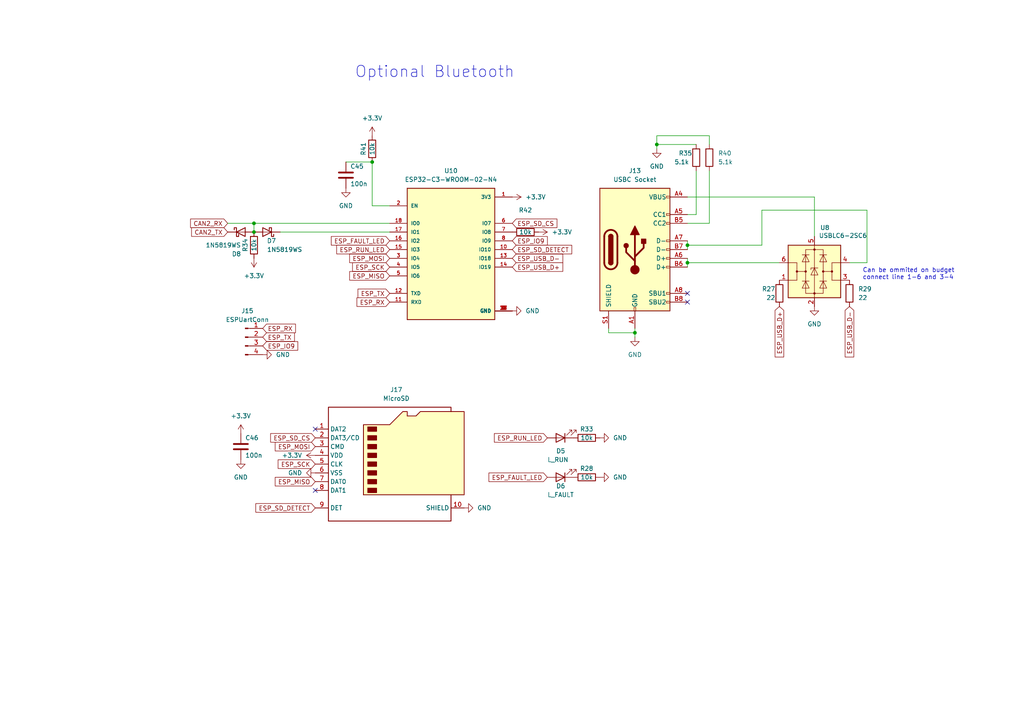
<source format=kicad_sch>
(kicad_sch (version 20231120) (generator "eeschema") (generator_version "8.0")
  (paper "A4")
  (lib_symbols
    (symbol "Connector:Conn_01x04_Pin" (pin_names (offset 1.016) hide)
      (property "Reference" "J" (at 0 5.08 0))
      (property "Value" "Conn_01x04_Pin" (at 0 -7.62 0))
      (symbol "Conn_01x04_Pin_1_1"
        (polyline (pts (xy 1.27 -5.08) (xy 0.8636 -5.08)) (stroke (width 0.1524)))
        (polyline (pts (xy 1.27 -2.54) (xy 0.8636 -2.54)) (stroke (width 0.1524)))
        (polyline (pts (xy 1.27 0) (xy 0.8636 0)) (stroke (width 0.1524)))
        (polyline (pts (xy 1.27 2.54) (xy 0.8636 2.54)) (stroke (width 0.1524)))
        (rectangle (start 0.8636 -4.953) (end 0 -5.207) (stroke (width 0.1524)) (fill (type outline)))
        (rectangle (start 0.8636 -2.413) (end 0 -2.667) (stroke (width 0.1524)) (fill (type outline)))
        (rectangle (start 0.8636 0.127) (end 0 -0.127) (stroke (width 0.1524)) (fill (type outline)))
        (rectangle (start 0.8636 2.667) (end 0 2.413) (stroke (width 0.1524)) (fill (type outline)))
        (pin passive line (at 5.08 2.54 180) (length 3.81) (name "Pin_1") (number "1"))
        (pin passive line (at 5.08 0 180) (length 3.81) (name "Pin_2") (number "2"))
        (pin passive line (at 5.08 -2.54 180) (length 3.81) (name "Pin_3") (number "3"))
        (pin passive line (at 5.08 -5.08 180) (length 3.81) (name "Pin_4") (number "4"))
      )
    )
    (symbol "Connector:Micro_SD_Card_Det1"
      (property "Reference" "J" (at -16.51 17.78 0))
      (property "Value" "Micro_SD_Card_Det1" (at 16.51 17.78 0))
      (symbol "Micro_SD_Card_Det1_0_1"
        (rectangle (start -7.62 -6.985) (end -5.08 -8.255) (stroke (width 0.254)) (fill (type outline)))
        (rectangle (start -7.62 -4.445) (end -5.08 -5.715) (stroke (width 0.254)) (fill (type outline)))
        (rectangle (start -7.62 -1.905) (end -5.08 -3.175) (stroke (width 0.254)) (fill (type outline)))
        (rectangle (start -7.62 0.635) (end -5.08 -0.635) (stroke (width 0.254)) (fill (type outline)))
        (rectangle (start -7.62 3.175) (end -5.08 1.905) (stroke (width 0.254)) (fill (type outline)))
        (rectangle (start -7.62 5.715) (end -5.08 4.445) (stroke (width 0.254)) (fill (type outline)))
        (rectangle (start -7.62 8.255) (end -5.08 6.985) (stroke (width 0.254)) (fill (type outline)))
        (rectangle (start -7.62 10.795) (end -5.08 9.525) (stroke (width 0.254)) (fill (type outline)))
        (polyline (pts (xy 16.51 15.24) (xy 16.51 16.51) (xy -19.05 16.51) (xy -19.05 -16.51) (xy 16.51 -16.51) (xy 16.51 -8.89)) (stroke (width 0.254)))
        (polyline (pts (xy -8.89 -8.89) (xy -8.89 11.43) (xy -1.27 11.43) (xy 2.54 15.24) (xy 3.81 15.24) (xy 3.81 13.97) (xy 6.35 13.97) (xy 7.62 15.24) (xy 20.32 15.24) (xy 20.32 -8.89) (xy -8.89 -8.89)) (stroke (width 0.254)) (fill (type background)))
      )
      (symbol "Micro_SD_Card_Det1_1_1"
        (pin bidirectional line (at -22.86 10.16 0) (length 3.81) (name "DAT2") (number "1"))
        (pin passive line (at 20.32 -12.7 180) (length 3.81) (name "SHIELD") (number "10"))
        (pin bidirectional line (at -22.86 7.62 0) (length 3.81) (name "DAT3/CD") (number "2"))
        (pin input line (at -22.86 5.08 0) (length 3.81) (name "CMD") (number "3"))
        (pin power_in line (at -22.86 2.54 0) (length 3.81) (name "VDD") (number "4"))
        (pin input line (at -22.86 0 0) (length 3.81) (name "CLK") (number "5"))
        (pin power_in line (at -22.86 -2.54 0) (length 3.81) (name "VSS") (number "6"))
        (pin bidirectional line (at -22.86 -5.08 0) (length 3.81) (name "DAT0") (number "7"))
        (pin bidirectional line (at -22.86 -7.62 0) (length 3.81) (name "DAT1") (number "8"))
        (pin passive line (at -22.86 -12.7 0) (length 3.81) (name "DET") (number "9"))
      )
    )
    (symbol "Connector:USB_C_Receptacle_USB2.0" (pin_names (offset 1.016))
      (property "Reference" "J" (at -10.16 19.05 0))
      (property "Value" "USB_C_Receptacle_USB2.0" (at 19.05 19.05 0))
      (symbol "USB_C_Receptacle_USB2.0_0_0"
        (rectangle (start -0.254 -17.78) (end 0.254 -16.764))
        (rectangle (start 10.16 -14.986) (end 9.144 -15.494))
        (rectangle (start 10.16 -12.446) (end 9.144 -12.954))
        (rectangle (start 10.16 -4.826) (end 9.144 -5.334))
        (rectangle (start 10.16 -2.286) (end 9.144 -2.794))
        (rectangle (start 10.16 0.254) (end 9.144 -0.254))
        (rectangle (start 10.16 2.794) (end 9.144 2.286))
        (rectangle (start 10.16 7.874) (end 9.144 7.366))
        (rectangle (start 10.16 10.414) (end 9.144 9.906))
        (rectangle (start 10.16 15.494) (end 9.144 14.986))
      )
      (symbol "USB_C_Receptacle_USB2.0_0_1"
        (rectangle (start -10.16 17.78) (end 10.16 -17.78) (stroke (width 0.254)) (fill (type background)))
        (arc (start -8.89 -3.81) (mid -6.985 -5.7067) (end -5.08 -3.81) (stroke (width 0.508)))
        (arc (start -7.62 -3.81) (mid -6.985 -4.4423) (end -6.35 -3.81) (stroke (width 0.254)))
        (arc (start -7.62 -3.81) (mid -6.985 -4.4423) (end -6.35 -3.81) (stroke (width 0.254)) (fill (type outline)))
        (rectangle (start -7.62 -3.81) (end -6.35 3.81) (stroke (width 0.254)) (fill (type outline)))
        (arc (start -6.35 3.81) (mid -6.985 4.4423) (end -7.62 3.81) (stroke (width 0.254)))
        (arc (start -6.35 3.81) (mid -6.985 4.4423) (end -7.62 3.81) (stroke (width 0.254)) (fill (type outline)))
        (arc (start -5.08 3.81) (mid -6.985 5.7067) (end -8.89 3.81) (stroke (width 0.508)))
        (circle (center -2.54 1.143) (radius 0.635) (stroke (width 0.254)) (fill (type outline)))
        (circle (center 0 -5.842) (radius 1.27) (fill (type outline)))
        (polyline (pts (xy -8.89 -3.81) (xy -8.89 3.81)) (stroke (width 0.508)))
        (polyline (pts (xy -5.08 3.81) (xy -5.08 -3.81)) (stroke (width 0.508)))
        (polyline (pts (xy 0 -5.842) (xy 0 4.318)) (stroke (width 0.508)))
        (polyline (pts (xy 0 -3.302) (xy -2.54 -0.762) (xy -2.54 0.508)) (stroke (width 0.508)))
        (polyline (pts (xy 0 -2.032) (xy 2.54 0.508) (xy 2.54 1.778)) (stroke (width 0.508)))
        (polyline (pts (xy -1.27 4.318) (xy 0 6.858) (xy 1.27 4.318) (xy -1.27 4.318)) (stroke (width 0.254)) (fill (type outline)))
        (rectangle (start 1.905 1.778) (end 3.175 3.048) (stroke (width 0.254)) (fill (type outline)))
      )
      (symbol "USB_C_Receptacle_USB2.0_1_1"
        (pin passive line (at 0 -22.86 90) (length 5.08) (name "GND") (number "A1"))
        (pin passive line (at 0 -22.86 90) (length 5.08) hide (name "GND") (number "A12"))
        (pin passive line (at 15.24 15.24 180) (length 5.08) (name "VBUS") (number "A4"))
        (pin bidirectional line (at 15.24 10.16 180) (length 5.08) (name "CC1") (number "A5"))
        (pin bidirectional line (at 15.24 -2.54 180) (length 5.08) (name "D+") (number "A6"))
        (pin bidirectional line (at 15.24 2.54 180) (length 5.08) (name "D-") (number "A7"))
        (pin bidirectional line (at 15.24 -12.7 180) (length 5.08) (name "SBU1") (number "A8"))
        (pin passive line (at 15.24 15.24 180) (length 5.08) hide (name "VBUS") (number "A9"))
        (pin passive line (at 0 -22.86 90) (length 5.08) hide (name "GND") (number "B1"))
        (pin passive line (at 0 -22.86 90) (length 5.08) hide (name "GND") (number "B12"))
        (pin passive line (at 15.24 15.24 180) (length 5.08) hide (name "VBUS") (number "B4"))
        (pin bidirectional line (at 15.24 7.62 180) (length 5.08) (name "CC2") (number "B5"))
        (pin bidirectional line (at 15.24 -5.08 180) (length 5.08) (name "D+") (number "B6"))
        (pin bidirectional line (at 15.24 0 180) (length 5.08) (name "D-") (number "B7"))
        (pin bidirectional line (at 15.24 -15.24 180) (length 5.08) (name "SBU2") (number "B8"))
        (pin passive line (at 15.24 15.24 180) (length 5.08) hide (name "VBUS") (number "B9"))
        (pin passive line (at -7.62 -22.86 90) (length 5.08) (name "SHIELD") (number "S1"))
      )
    )
    (symbol "Device:C" (pin_numbers hide) (pin_names (offset 0.254))
      (property "Reference" "C" (at 0.635 2.54 0))
      (property "Value" "C" (at 0.635 -2.54 0))
      (symbol "C_0_1"
        (polyline (pts (xy -2.032 -0.762) (xy 2.032 -0.762)) (stroke (width 0.508)))
        (polyline (pts (xy -2.032 0.762) (xy 2.032 0.762)) (stroke (width 0.508)))
      )
      (symbol "C_1_1"
        (pin passive line (at 0 3.81 270) (length 2.794) (name "~") (number "1"))
        (pin passive line (at 0 -3.81 90) (length 2.794) (name "~") (number "2"))
      )
    )
    (symbol "Device:D_Schottky" (pin_numbers hide) (pin_names (offset 1.016) hide)
      (property "Reference" "D" (at 0 2.54 0))
      (property "Value" "D_Schottky" (at 0 -2.54 0))
      (symbol "D_Schottky_0_1"
        (polyline (pts (xy 1.27 0) (xy -1.27 0)))
        (polyline (pts (xy 1.27 1.27) (xy 1.27 -1.27) (xy -1.27 0) (xy 1.27 1.27)) (stroke (width 0.254)))
        (polyline (pts (xy -1.905 0.635) (xy -1.905 1.27) (xy -1.27 1.27) (xy -1.27 -1.27) (xy -0.635 -1.27) (xy -0.635 -0.635)) (stroke (width 0.254)))
      )
      (symbol "D_Schottky_1_1"
        (pin passive line (at -3.81 0 0) (length 2.54) (name "K") (number "1"))
        (pin passive line (at 3.81 0 180) (length 2.54) (name "A") (number "2"))
      )
    )
    (symbol "Device:LED" (pin_numbers hide) (pin_names (offset 1.016) hide)
      (property "Reference" "D" (at 0 2.54 0))
      (property "Value" "LED" (at 0 -2.54 0))
      (symbol "LED_0_1"
        (polyline (pts (xy -1.27 -1.27) (xy -1.27 1.27)) (stroke (width 0.254)))
        (polyline (pts (xy -1.27 0) (xy 1.27 0)))
        (polyline (pts (xy 1.27 -1.27) (xy 1.27 1.27) (xy -1.27 0) (xy 1.27 -1.27)) (stroke (width 0.254)))
        (polyline (pts (xy -3.048 -0.762) (xy -4.572 -2.286) (xy -3.81 -2.286) (xy -4.572 -2.286) (xy -4.572 -1.524)))
        (polyline (pts (xy -1.778 -0.762) (xy -3.302 -2.286) (xy -2.54 -2.286) (xy -3.302 -2.286) (xy -3.302 -1.524)))
      )
      (symbol "LED_1_1"
        (pin passive line (at -3.81 0 0) (length 2.54) (name "K") (number "1"))
        (pin passive line (at 3.81 0 180) (length 2.54) (name "A") (number "2"))
      )
    )
    (symbol "Device:R" (pin_numbers hide) (pin_names (offset 0))
      (property "Reference" "R" (at 2.032 0 90))
      (property "Value" "R" (at 0 0 90))
      (symbol "R_0_1"
        (rectangle (start -1.016 -2.54) (end 1.016 2.54) (stroke (width 0.254)))
      )
      (symbol "R_1_1"
        (pin passive line (at 0 3.81 270) (length 1.27) (name "~") (number "1"))
        (pin passive line (at 0 -3.81 90) (length 1.27) (name "~") (number "2"))
      )
    )
    (symbol "GigaVescSymbols:ESP32-C3-WROOM-02-N4" (pin_names (offset 1.016))
      (property "Reference" "U" (at -12.7 21.082 0))
      (property "Value" "ESP32-C3-WROOM-02-N4" (at -12.7 -18.542 0))
      (symbol "ESP32-C3-WROOM-02-N4_0_0"
        (rectangle (start -12.7 20.32) (end 12.7 -17.78) (stroke (width 0.254)) (fill (type background)))
        (pin power_in line (at 17.78 17.78 180) (length 5.08) (name "3V3") (number "1"))
        (pin bidirectional line (at 17.78 2.54 180) (length 5.08) (name "IO10") (number "10"))
        (pin bidirectional line (at -17.78 -12.7 0) (length 5.08) (name "RXD") (number "11"))
        (pin bidirectional line (at -17.78 -10.16 0) (length 5.08) (name "TXD") (number "12"))
        (pin bidirectional line (at 17.78 0 180) (length 5.08) (name "IO18") (number "13"))
        (pin bidirectional line (at 17.78 -2.54 180) (length 5.08) (name "IO19") (number "14"))
        (pin bidirectional line (at -17.78 2.54 0) (length 5.08) (name "IO3") (number "15"))
        (pin bidirectional line (at -17.78 5.08 0) (length 5.08) (name "IO2") (number "16"))
        (pin bidirectional line (at -17.78 7.62 0) (length 5.08) (name "IO1") (number "17"))
        (pin bidirectional line (at -17.78 10.16 0) (length 5.08) (name "IO0") (number "18"))
        (pin power_in line (at 17.78 -15.24 180) (length 5.08) (name "GND") (number "19"))
        (pin input line (at -17.78 15.24 0) (length 5.08) (name "EN") (number "2"))
        (pin power_in line (at 17.78 -15.24 180) (length 5.08) (name "GND") (number "20"))
        (pin power_in line (at 17.78 -15.24 180) (length 5.08) (name "GND") (number "21"))
        (pin power_in line (at 17.78 -15.24 180) (length 5.08) (name "GND") (number "22"))
        (pin power_in line (at 17.78 -15.24 180) (length 5.08) (name "GND") (number "23"))
        (pin power_in line (at 17.78 -15.24 180) (length 5.08) (name "GND") (number "24"))
        (pin power_in line (at 17.78 -15.24 180) (length 5.08) (name "GND") (number "25"))
        (pin power_in line (at 17.78 -15.24 180) (length 5.08) (name "GND") (number "26"))
        (pin power_in line (at 17.78 -15.24 180) (length 5.08) (name "GND") (number "27"))
        (pin power_in line (at 17.78 -15.24 180) (length 5.08) (name "GND") (number "28"))
        (pin power_in line (at 17.78 -15.24 180) (length 5.08) (name "GND") (number "29"))
        (pin bidirectional line (at -17.78 0 0) (length 5.08) (name "IO4") (number "3"))
        (pin power_in line (at 17.78 -15.24 180) (length 5.08) (name "GND") (number "30"))
        (pin power_in line (at 17.78 -15.24 180) (length 5.08) (name "GND") (number "31"))
        (pin power_in line (at 17.78 -15.24 180) (length 5.08) (name "GND") (number "32"))
        (pin power_in line (at 17.78 -15.24 180) (length 5.08) (name "GND") (number "33"))
        (pin power_in line (at 17.78 -15.24 180) (length 5.08) (name "GND") (number "34"))
        (pin power_in line (at 17.78 -15.24 180) (length 5.08) (name "GND") (number "35"))
        (pin power_in line (at 17.78 -15.24 180) (length 5.08) (name "GND") (number "36"))
        (pin power_in line (at 17.78 -15.24 180) (length 5.08) (name "GND") (number "37"))
        (pin power_in line (at 17.78 -15.24 180) (length 5.08) (name "GND") (number "38"))
        (pin power_in line (at 17.78 -15.24 180) (length 5.08) (name "GND") (number "39"))
        (pin bidirectional line (at -17.78 -2.54 0) (length 5.08) (name "IO5") (number "4"))
        (pin bidirectional line (at -17.78 -5.08 0) (length 5.08) (name "IO6") (number "5"))
        (pin bidirectional line (at 17.78 10.16 180) (length 5.08) (name "IO7") (number "6"))
        (pin bidirectional line (at 17.78 7.62 180) (length 5.08) (name "IO8") (number "7"))
        (pin bidirectional line (at 17.78 5.08 180) (length 5.08) (name "IO9") (number "8"))
        (pin power_in line (at 17.78 -15.24 180) (length 5.08) (name "GND") (number "9"))
      )
    )
    (symbol "Power_Protection:USBLC6-2P6" (pin_names hide)
      (property "Reference" "U" (at 2.54 8.89 0))
      (property "Value" "USBLC6-2P6" (at 2.54 -8.89 0))
      (symbol "USBLC6-2P6_0_1"
        (rectangle (start -7.62 -7.62) (end 7.62 7.62) (stroke (width 0.254)) (fill (type background)))
        (circle (center -5.08 0) (radius 0.254) (fill (type outline)))
        (circle (center -2.54 0) (radius 0.254) (fill (type outline)))
        (rectangle (start -2.54 6.35) (end 2.54 -6.35))
        (circle (center 0 -6.35) (radius 0.254) (fill (type outline)))
        (polyline (pts (xy -5.08 -2.54) (xy -7.62 -2.54)))
        (polyline (pts (xy -5.08 0) (xy -5.08 -2.54)))
        (polyline (pts (xy -5.08 2.54) (xy -7.62 2.54)))
        (polyline (pts (xy -1.524 -2.794) (xy -3.556 -2.794)))
        (polyline (pts (xy -1.524 4.826) (xy -3.556 4.826)))
        (polyline (pts (xy 0 -7.62) (xy 0 -6.35)))
        (polyline (pts (xy 0 -6.35) (xy 0 1.27)))
        (polyline (pts (xy 0 1.27) (xy 0 6.35)))
        (polyline (pts (xy 0 6.35) (xy 0 7.62)))
        (polyline (pts (xy 1.524 -2.794) (xy 3.556 -2.794)))
        (polyline (pts (xy 1.524 4.826) (xy 3.556 4.826)))
        (polyline (pts (xy 5.08 -2.54) (xy 7.62 -2.54)))
        (polyline (pts (xy 5.08 0) (xy 5.08 -2.54)))
        (polyline (pts (xy 5.08 2.54) (xy 7.62 2.54)))
        (polyline (pts (xy -2.54 0) (xy -5.08 0) (xy -5.08 2.54)))
        (polyline (pts (xy 2.54 0) (xy 5.08 0) (xy 5.08 2.54)))
        (polyline (pts (xy -3.556 -4.826) (xy -1.524 -4.826) (xy -2.54 -2.794) (xy -3.556 -4.826)))
        (polyline (pts (xy -3.556 2.794) (xy -1.524 2.794) (xy -2.54 4.826) (xy -3.556 2.794)))
        (polyline (pts (xy -1.016 -1.016) (xy 1.016 -1.016) (xy 0 1.016) (xy -1.016 -1.016)))
        (polyline (pts (xy 1.016 1.016) (xy 0.762 1.016) (xy -1.016 1.016) (xy -1.016 0.508)))
        (polyline (pts (xy 3.556 -4.826) (xy 1.524 -4.826) (xy 2.54 -2.794) (xy 3.556 -4.826)))
        (polyline (pts (xy 3.556 2.794) (xy 1.524 2.794) (xy 2.54 4.826) (xy 3.556 2.794)))
        (circle (center 0 6.35) (radius 0.254) (fill (type outline)))
        (circle (center 2.54 0) (radius 0.254) (fill (type outline)))
        (circle (center 5.08 0) (radius 0.254) (fill (type outline)))
      )
      (symbol "USBLC6-2P6_1_1"
        (pin passive line (at -10.16 -2.54 0) (length 2.54) (name "I/O1") (number "1"))
        (pin passive line (at 0 -10.16 90) (length 2.54) (name "GND") (number "2"))
        (pin passive line (at 10.16 -2.54 180) (length 2.54) (name "I/O2") (number "3"))
        (pin passive line (at 10.16 2.54 180) (length 2.54) (name "I/O2") (number "4"))
        (pin passive line (at 0 10.16 270) (length 2.54) (name "VBUS") (number "5"))
        (pin passive line (at -10.16 2.54 0) (length 2.54) (name "I/O1") (number "6"))
      )
    )
    (symbol "power:+3.3V" (power) (pin_names (offset 0))
      (property "Value" "+3.3V" (at 0 3.556 0))
      (symbol "+3.3V_0_1"
        (polyline (pts (xy -0.762 1.27) (xy 0 2.54)))
        (polyline (pts (xy 0 0) (xy 0 2.54)))
        (polyline (pts (xy 0 2.54) (xy 0.762 1.27)))
      )
      (symbol "+3.3V_1_1"
        (pin power_in line (at 0 0 90) (length 0) hide (name "+3.3V") (number "1"))
      )
    )
    (symbol "power:GND" (power) (pin_names (offset 0))
      (property "Value" "GND" (at 0 -3.81 0))
      (symbol "GND_0_1"
        (polyline (pts (xy 0 0) (xy 0 -1.27) (xy 1.27 -1.27) (xy 0 -2.54) (xy -1.27 -1.27) (xy 0 -1.27)))
      )
      (symbol "GND_1_1"
        (pin power_in line (at 0 0 270) (length 0) hide (name "GND") (number "1"))
      )
    )
  )
  (junction (at 73.66 67.31))
  (junction (at 73.66 64.77))
  (junction (at 107.95 46.99))
  (junction (at 199.39 71.12))
  (junction (at 184.15 96.52))
  (junction (at 190.5 41.91))
  (junction (at 199.39 76.2))
  (no_connect (at 199.39 87.63))
  (no_connect (at 91.44 142.24))
  (no_connect (at 91.44 124.46))
  (no_connect (at 199.39 85.09))
  (wire (pts (xy 199.39 62.23) (xy 201.93 62.23)))
  (wire (pts (xy 205.74 39.37) (xy 190.5 39.37)))
  (wire (pts (xy 113.03 59.69) (xy 107.95 59.69)))
  (wire (pts (xy 73.66 64.77) (xy 113.03 64.77)))
  (wire (pts (xy 205.74 64.77) (xy 205.74 49.53)))
  (wire (pts (xy 184.15 95.25) (xy 184.15 96.52)))
  (wire (pts (xy 251.46 60.96) (xy 251.46 76.2)))
  (wire (pts (xy 199.39 64.77) (xy 205.74 64.77)))
  (wire (pts (xy 199.39 76.2) (xy 199.39 77.47)))
  (wire (pts (xy 184.15 96.52) (xy 184.15 97.79)))
  (wire (pts (xy 220.98 60.96) (xy 220.98 71.12)))
  (wire (pts (xy 100.33 46.99) (xy 107.95 46.99)))
  (wire (pts (xy 251.46 60.96) (xy 220.98 60.96)))
  (wire (pts (xy 190.5 39.37) (xy 190.5 41.91)))
  (wire (pts (xy 81.28 67.31) (xy 113.03 67.31)))
  (wire (pts (xy 199.39 71.12) (xy 220.98 71.12)))
  (wire (pts (xy 199.39 71.12) (xy 199.39 72.39)))
  (wire (pts (xy 205.74 41.91) (xy 205.74 39.37)))
  (wire (pts (xy 66.04 64.77) (xy 73.66 64.77)))
  (wire (pts (xy 236.22 57.15) (xy 236.22 68.58)))
  (wire (pts (xy 246.38 76.2) (xy 251.46 76.2)))
  (wire (pts (xy 107.95 46.99) (xy 107.95 59.69)))
  (wire (pts (xy 199.39 76.2) (xy 226.06 76.2)))
  (wire (pts (xy 201.93 62.23) (xy 201.93 49.53)))
  (wire (pts (xy 176.53 96.52) (xy 184.15 96.52)))
  (wire (pts (xy 190.5 41.91) (xy 190.5 43.18)))
  (wire (pts (xy 199.39 74.93) (xy 199.39 76.2)))
  (wire (pts (xy 199.39 57.15) (xy 236.22 57.15)))
  (wire (pts (xy 176.53 95.25) (xy 176.53 96.52)))
  (wire (pts (xy 201.93 41.91) (xy 190.5 41.91)))
  (wire (pts (xy 199.39 69.85) (xy 199.39 71.12)))
  (wire (pts (xy 73.66 64.77) (xy 73.66 67.31)))
  (text "Optional Bluetooth" (at 102.87 22.86 0) (effects (font (size 3.27 3.27)) (justify left bottom)))
  (text "Can be ommited on budget\nconnect line 1-6 and 3-4" (at 250.19 81.28 0) (effects (font (size 1.27 1.27)) (justify left bottom)))
  (global_label "ESP_FAULT_LED" (shape input) (at 158.75 138.43 180) (property "Intersheetrefs" "${INTERSHEET_REFS}" (effects (hide yes))))
  (global_label "ESP_FAULT_LED" (shape input) (at 113.03 69.85 180) (property "Intersheetrefs" "${INTERSHEET_REFS}" (effects (hide yes))))
  (global_label "CAN2_TX" (shape input) (at 66.04 67.31 180) (property "Intersheetrefs" "${INTERSHEET_REFS}" (effects (hide yes))))
  (global_label "ESP_USB_D+" (shape input) (at 226.06 88.9 270) (property "Intersheetrefs" "${INTERSHEET_REFS}" (effects (hide yes))))
  (global_label "ESP_IO9" (shape input) (at 76.2 100.33 0) (property "Intersheetrefs" "${INTERSHEET_REFS}" (effects (hide yes))))
  (global_label "ESP_MOSI" (shape input) (at 113.03 74.93 180) (property "Intersheetrefs" "${INTERSHEET_REFS}" (effects (hide yes))))
  (global_label "ESP_SD_DETECT" (shape input) (at 148.59 72.39 0) (property "Intersheetrefs" "${INTERSHEET_REFS}" (effects (hide yes))))
  (global_label "ESP_SCK" (shape input) (at 113.03 77.47 180) (property "Intersheetrefs" "${INTERSHEET_REFS}" (effects (hide yes))))
  (global_label "ESP_MISO" (shape input) (at 113.03 80.01 180) (property "Intersheetrefs" "${INTERSHEET_REFS}" (effects (hide yes))))
  (global_label "ESP_MISO" (shape input) (at 91.44 139.7 180) (property "Intersheetrefs" "${INTERSHEET_REFS}" (effects (hide yes))))
  (global_label "ESP_USB_D-" (shape input) (at 246.38 88.9 270) (property "Intersheetrefs" "${INTERSHEET_REFS}" (effects (hide yes))))
  (global_label "ESP_RX" (shape input) (at 113.03 87.63 180) (property "Intersheetrefs" "${INTERSHEET_REFS}" (effects (hide yes))))
  (global_label "ESP_SD_CS" (shape input) (at 91.44 127 180) (property "Intersheetrefs" "${INTERSHEET_REFS}" (effects (hide yes))))
  (global_label "ESP_USB_D+" (shape input) (at 148.59 77.47 0) (property "Intersheetrefs" "${INTERSHEET_REFS}" (effects (hide yes))))
  (global_label "ESP_TX" (shape input) (at 113.03 85.09 180) (property "Intersheetrefs" "${INTERSHEET_REFS}" (effects (hide yes))))
  (global_label "ESP_RUN_LED" (shape input) (at 158.75 127 180) (property "Intersheetrefs" "${INTERSHEET_REFS}" (effects (hide yes))))
  (global_label "ESP_SD_DETECT" (shape input) (at 91.44 147.32 180) (property "Intersheetrefs" "${INTERSHEET_REFS}" (effects (hide yes))))
  (global_label "ESP_SCK" (shape input) (at 91.44 134.62 180) (property "Intersheetrefs" "${INTERSHEET_REFS}" (effects (hide yes))))
  (global_label "ESP_TX" (shape input) (at 76.2 97.79 0) (property "Intersheetrefs" "${INTERSHEET_REFS}" (effects (hide yes))))
  (global_label "ESP_USB_D-" (shape input) (at 148.59 74.93 0) (property "Intersheetrefs" "${INTERSHEET_REFS}" (effects (hide yes))))
  (global_label "ESP_RUN_LED" (shape input) (at 113.03 72.39 180) (property "Intersheetrefs" "${INTERSHEET_REFS}" (effects (hide yes))))
  (global_label "ESP_RX" (shape input) (at 76.2 95.25 0) (property "Intersheetrefs" "${INTERSHEET_REFS}" (effects (hide yes))))
  (global_label "ESP_SD_CS" (shape input) (at 148.59 64.77 0) (property "Intersheetrefs" "${INTERSHEET_REFS}" (effects (hide yes))))
  (global_label "ESP_MOSI" (shape input) (at 91.44 129.54 180) (property "Intersheetrefs" "${INTERSHEET_REFS}" (effects (hide yes))))
  (global_label "ESP_IO9" (shape input) (at 148.59 69.85 0) (property "Intersheetrefs" "${INTERSHEET_REFS}" (effects (hide yes))))
  (global_label "CAN2_RX" (shape input) (at 66.04 64.77 180) (property "Intersheetrefs" "${INTERSHEET_REFS}" (effects (hide yes))))
  (symbol (lib_id "Connector:Conn_01x04_Pin") (at 71.12 97.79 0) (unit 1)
    (property "Reference" "J15" (at 71.755 90.17 0))
    (property "Value" "ESPUartConn" (at 71.755 92.71 0))
    (property "Footprint" "Connector_JST:JST_PH_B4B-PH-K_1x04_P2.00mm_Vertical" (effects (hide yes)))
    (property "MPN" "C131334" (effects (hide yes)))
    (property "JLCPosOffset" "-3,0" (effects (hide yes)))
    (property "JLCRotOffset" "180" (effects (hide yes)))
  )
  (symbol (lib_id "power:GND") (at 173.99 138.43 90) (unit 1)
    (property "Reference" "#PWR040" (effects (hide yes)))
    (property "Value" "GND" (at 177.8 138.43 90) (effects (justify right)))
  )
  (symbol (lib_id "power:GND") (at 148.59 90.17 90) (unit 1)
    (property "Reference" "#PWR0110" (effects (hide yes)))
    (property "Value" "GND" (at 152.4 90.17 90) (effects (justify right)))
  )
  (symbol (lib_id "power:+3.3V") (at 156.21 67.31 270) (unit 1)
    (property "Reference" "#PWR0111" (effects (hide yes)))
    (property "Value" "+3.3V" (at 160.02 67.31 90) (effects (justify left)))
  )
  (symbol (lib_id "Device:R") (at 73.66 71.12 180) (unit 1)
    (property "Reference" "R34" (at 71.12 71.12 90))
    (property "Value" "10k" (at 73.66 71.12 90))
    (property "Footprint" "Resistor_SMD:R_0603_1608Metric" (effects (hide yes)))
    (property "MPN" "C25804" (effects (hide yes)))
  )
  (symbol (lib_id "power:+3.3V") (at 73.66 74.93 180) (unit 1)
    (property "Reference" "#PWR081" (effects (hide yes)))
    (property "Value" "+3.3V" (at 73.66 80.01 0))
  )
  (symbol (lib_id "Device:R") (at 205.74 45.72 0) (unit 1)
    (property "Reference" "R40" (at 208.28 44.45 0) (effects (justify left)))
    (property "Value" "5.1k" (at 208.28 46.99 0) (effects (justify left)))
    (property "Footprint" "Resistor_SMD:R_0603_1608Metric" (effects (hide yes)))
    (property "MPN" "C23186" (effects (hide yes)))
  )
  (symbol (lib_id "Device:R") (at 152.4 67.31 270) (unit 1)
    (property "Reference" "R42" (at 152.4 60.96 90))
    (property "Value" "10k" (at 152.4 67.31 90))
    (property "Footprint" "Resistor_SMD:R_0603_1608Metric" (effects (hide yes)))
    (property "MPN" "C25804" (effects (hide yes)))
  )
  (symbol (lib_id "Connector:Micro_SD_Card_Det1") (at 114.3 134.62 0) (unit 1)
    (property "Reference" "J17" (at 114.935 113.03 0))
    (property "Value" "MicroSD" (at 114.935 115.57 0))
    (property "Footprint" "GigaVescLibs:TF01A" (effects (hide yes)))
    (property "Datasheet" "https://datasheet.lcsc.com/lcsc/2110151630_XKB-Connectivity-XKTF-015-N_C381082.pdf" (effects (hide yes)))
    (property "MPN" "C91145" (effects (hide yes)))
    (property "JLCPosOffset" "0,2.54" (effects (hide yes)))
  )
  (symbol (lib_id "power:GND") (at 91.44 137.16 270) (unit 1)
    (property "Reference" "#PWR0135" (effects (hide yes)))
    (property "Value" "GND" (at 87.63 137.16 90) (effects (justify right)))
  )
  (symbol (lib_id "Device:R") (at 107.95 43.18 180) (unit 1)
    (property "Reference" "R41" (at 105.41 43.18 90))
    (property "Value" "10k" (at 107.95 43.18 90))
    (property "Footprint" "Resistor_SMD:R_0603_1608Metric" (effects (hide yes)))
    (property "MPN" "C25804" (effects (hide yes)))
  )
  (symbol (lib_id "power:+3.3V") (at 148.59 57.15 270) (unit 1)
    (property "Reference" "#PWR039" (effects (hide yes)))
    (property "Value" "+3.3V" (at 152.4 57.15 90) (effects (justify left)))
  )
  (symbol (lib_id "Device:R") (at 201.93 45.72 0) (unit 1)
    (property "Reference" "R35" (at 196.85 44.45 0) (effects (justify left)))
    (property "Value" "5.1k" (at 195.58 46.99 0) (effects (justify left)))
    (property "Footprint" "Resistor_SMD:R_0603_1608Metric" (effects (hide yes)))
    (property "MPN" "C23186" (effects (hide yes)))
  )
  (symbol (lib_id "Device:R") (at 226.06 85.09 0) (unit 1)
    (property "Reference" "R27" (at 220.98 83.82 0) (effects (justify left)))
    (property "Value" "22" (at 222.25 86.36 0) (effects (justify left)))
    (property "Footprint" "Resistor_SMD:R_0603_1608Metric" (effects (hide yes)))
    (property "MPN" "C23345" (effects (hide yes)))
  )
  (symbol (lib_id "power:GND") (at 134.62 147.32 90) (unit 1)
    (property "Reference" "#PWR0112" (effects (hide yes)))
    (property "Value" "GND" (at 138.43 147.32 90) (effects (justify right)))
  )
  (symbol (lib_id "Device:D_Schottky") (at 77.47 67.31 180) (unit 1)
    (property "Reference" "D7" (at 78.74 69.85 0))
    (property "Value" "1N5819WS" (at 82.55 72.39 0))
    (property "Footprint" "Diode_SMD:D_SOD-323" (effects (hide yes)))
    (property "MPN" "C191023" (effects (hide yes)))
  )
  (symbol (lib_id "power:+3.3V") (at 91.44 132.08 90) (unit 1)
    (property "Reference" "#PWR0113" (effects (hide yes)))
    (property "Value" "+3.3V" (at 87.63 132.08 90) (effects (justify left)))
  )
  (symbol (lib_id "Device:R") (at 246.38 85.09 0) (unit 1)
    (property "Reference" "R29" (at 248.92 83.82 0) (effects (justify left)))
    (property "Value" "22" (at 248.92 86.36 0) (effects (justify left)))
    (property "Footprint" "Resistor_SMD:R_0603_1608Metric" (effects (hide yes)))
    (property "MPN" "C23345" (effects (hide yes)))
  )
  (symbol (lib_id "Device:D_Schottky") (at 69.85 67.31 0) (unit 1)
    (property "Reference" "D8" (at 68.58 73.66 0))
    (property "Value" "1N5819WS" (at 64.77 71.12 0))
    (property "Footprint" "Diode_SMD:D_SOD-323" (effects (hide yes)))
    (property "MPN" "C191023" (effects (hide yes)))
  )
  (symbol (lib_id "power:GND") (at 100.33 54.61 0) (unit 1)
    (property "Reference" "#PWR0109" (effects (hide yes)))
    (property "Value" "GND" (at 100.33 59.69 0))
  )
  (symbol (lib_id "power:GND") (at 76.2 102.87 90) (unit 1)
    (property "Reference" "#PWR0104" (effects (hide yes)))
    (property "Value" "GND" (at 80.01 102.87 90) (effects (justify right)))
  )
  (symbol (lib_id "Device:C") (at 69.85 129.54 0) (unit 1)
    (property "Reference" "C46" (at 71.12 127 0) (effects (justify left)))
    (property "Value" "100n" (at 71.12 132.08 0) (effects (justify left)))
    (property "Footprint" "GigaVescLibs:C_0603_1608Metric_L" (effects (hide yes)))
    (property "MPN" "C14663" (effects (hide yes)))
  )
  (symbol (lib_id "power:GND") (at 236.22 88.9 0) (unit 1)
    (property "Reference" "#PWR068" (effects (hide yes)))
    (property "Value" "GND" (at 236.22 93.98 0))
  )
  (symbol (lib_id "power:+3.3V") (at 69.85 125.73 0) (unit 1)
    (property "Reference" "#PWR0136" (effects (hide yes)))
    (property "Value" "+3.3V" (at 69.85 120.65 0))
  )
  (symbol (lib_id "power:GND") (at 69.85 133.35 0) (unit 1)
    (property "Reference" "#PWR0137" (effects (hide yes)))
    (property "Value" "GND" (at 69.85 138.43 0))
  )
  (symbol (lib_id "Device:C") (at 100.33 50.8 0) (unit 1)
    (property "Reference" "C45" (at 101.6 48.26 0) (effects (justify left)))
    (property "Value" "100n" (at 101.6 53.34 0) (effects (justify left)))
    (property "Footprint" "GigaVescLibs:C_0603_1608Metric_L" (effects (hide yes)))
    (property "MPN" "C14663" (effects (hide yes)))
  )
  (symbol (lib_id "power:GND") (at 184.15 97.79 0) (unit 1)
    (property "Reference" "#PWR0100" (effects (hide yes)))
    (property "Value" "GND" (at 184.15 102.87 0))
  )
  (symbol (lib_id "Power_Protection:USBLC6-2P6") (at 236.22 78.74 0) (unit 1)
    (property "Reference" "U8" (at 237.8711 66.04 0) (effects (justify left)))
    (property "Value" "\nUSBLC6-2SC6" (at 237.49 67.31 0) (effects (justify left)))
    (property "Footprint" "Package_TO_SOT_SMD:SOT-23-6" (effects (hide yes)))
    (property "Datasheet" "https://www.st.com/resource/en/datasheet/usblc6-2.pdf" (effects (hide yes)))
    (property "MPN" "C2827654" (effects (hide yes)))
    (property "JLCRotOffset" "-90" (effects (hide yes)))
  )
  (symbol (lib_id "Device:R") (at 170.18 138.43 90) (unit 1)
    (property "Reference" "R28" (at 170.18 135.89 90))
    (property "Value" "10k" (at 170.18 138.43 90))
    (property "Footprint" "Resistor_SMD:R_0603_1608Metric" (effects (hide yes)))
    (property "MPN" "C25804" (effects (hide yes)))
  )
  (symbol (lib_id "Device:R") (at 170.18 127 90) (unit 1)
    (property "Reference" "R33" (at 170.18 124.46 90))
    (property "Value" "10k" (at 170.18 127 90))
    (property "Footprint" "Resistor_SMD:R_0603_1608Metric" (effects (hide yes)))
    (property "MPN" "C25804" (effects (hide yes)))
  )
  (symbol (lib_id "power:+3.3V") (at 107.95 39.37 0) (unit 1)
    (property "Reference" "#PWR0108" (effects (hide yes)))
    (property "Value" "+3.3V" (at 107.95 34.29 0))
  )
  (symbol (lib_id "Device:LED") (at 162.56 127 180) (unit 1)
    (property "Reference" "D5" (at 161.29 130.81 0) (effects (justify right)))
    (property "Value" "L_RUN" (at 158.75 133.35 0) (effects (justify right)))
    (property "Footprint" "LED_SMD:LED_0603_1608Metric" (effects (hide yes)))
    (property "MPN" "C72043" (effects (hide yes)))
  )
  (symbol (lib_id "Connector:USB_C_Receptacle_USB2.0") (at 184.15 72.39 0) (unit 1)
    (property "Reference" "J13" (at 184.15 49.53 0))
    (property "Value" "USBC Socket" (at 184.15 52.07 0))
    (property "Footprint" "Connector_USB:USB_C_Receptacle_GCT_USB4105-xx-A_16P_TopMnt_Horizontal" (effects (hide yes)))
    (property "Datasheet" "https://www.usb.org/sites/default/files/documents/usb_type-c.zip" (effects (hide yes)))
    (property "MPN" "C2765186" (effects (hide yes)))
    (property "JLCPosOffset" "0,1.27" (effects (hide yes)))
  )
  (symbol (lib_id "power:GND") (at 173.99 127 90) (unit 1)
    (property "Reference" "#PWR096" (effects (hide yes)))
    (property "Value" "GND" (at 177.8 127 90) (effects (justify right)))
  )
  (symbol (lib_id "power:GND") (at 190.5 43.18 0) (unit 1)
    (property "Reference" "#PWR0101" (effects (hide yes)))
    (property "Value" "GND" (at 190.5 48.26 0))
  )
  (symbol (lib_id "Device:LED") (at 162.56 138.43 180) (unit 1)
    (property "Reference" "D6" (at 161.29 140.97 0) (effects (justify right)))
    (property "Value" "L_FAULT" (at 158.75 143.51 0) (effects (justify right)))
    (property "Footprint" "LED_SMD:LED_0603_1608Metric" (effects (hide yes)))
    (property "MPN" "C2286" (effects (hide yes)))
  )
  (symbol (lib_id "GigaVescSymbols:ESP32-C3-WROOM-02-N4") (at 130.81 74.93 0) (unit 1)
    (property "Reference" "U10" (at 130.81 49.53 0))
    (property "Value" "ESP32-C3-WROOM-02-N4" (at 130.81 52.07 0))
    (property "Footprint" "GigaVescLibs:MODULE_ESP32-C3-WROOM-02-H4" (effects (hide yes)))
    (property "MF" "Espressif Systems" (effects (hide yes)))
    (property "DESCRIPTION" "WiFi Modules (802.11) (Engineering Samples) SMD module, ESP32-C3, 4MB SPI flash, PCB antenna, -40 C +105 C" (effects (hide yes)))
    (property "PACKAGE" "Package" (effects (hide yes)))
    (property "PRICE" "None" (effects (hide yes)))
    (property "MP" "ESP32-C3-WROOM-02-H4" (effects (hide yes)))
    (property "AVAILABILITY" "In Stock" (effects (hide yes)))
    (property "PURCHASE-URL" "https://pricing.snapeda.com/search/part/ESP32-C3-WROOM-02-H4/?ref=eda" (effects (hide yes)))
    (property "MPN" "C2934560" (effects (hide yes)))
    (property "JLCPosOffset" "0,-3.1" (effects (hide yes)))
  )
)
</source>
